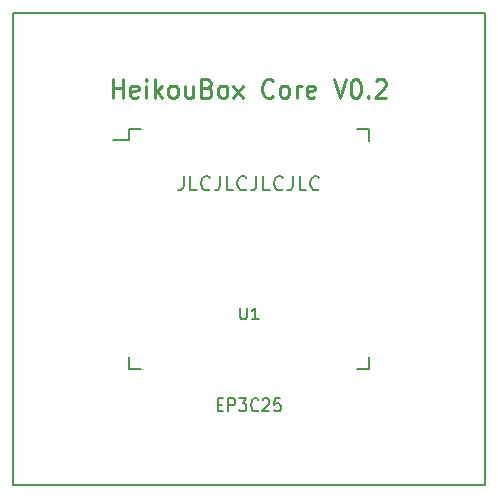
<source format=gbr>
%TF.GenerationSoftware,KiCad,Pcbnew,(5.1.6)-1*%
%TF.CreationDate,2020-08-24T18:06:58+01:00*%
%TF.ProjectId,HeikouBoxCore,4865696b-6f75-4426-9f78-436f72652e6b,rev?*%
%TF.SameCoordinates,Original*%
%TF.FileFunction,Legend,Top*%
%TF.FilePolarity,Positive*%
%FSLAX46Y46*%
G04 Gerber Fmt 4.6, Leading zero omitted, Abs format (unit mm)*
G04 Created by KiCad (PCBNEW (5.1.6)-1) date 2020-08-24 18:06:58*
%MOMM*%
%LPD*%
G01*
G04 APERTURE LIST*
%ADD10C,0.250000*%
%ADD11C,0.175000*%
%ADD12C,0.150000*%
%TA.AperFunction,Profile*%
%ADD13C,0.150000*%
%TD*%
G04 APERTURE END LIST*
D10*
X25464285Y-24223809D02*
X25464285Y-22623809D01*
X25464285Y-23385714D02*
X26321428Y-23385714D01*
X26321428Y-24223809D02*
X26321428Y-22623809D01*
X27607142Y-24147619D02*
X27464285Y-24223809D01*
X27178571Y-24223809D01*
X27035714Y-24147619D01*
X26964285Y-23995238D01*
X26964285Y-23385714D01*
X27035714Y-23233333D01*
X27178571Y-23157142D01*
X27464285Y-23157142D01*
X27607142Y-23233333D01*
X27678571Y-23385714D01*
X27678571Y-23538095D01*
X26964285Y-23690476D01*
X28321428Y-24223809D02*
X28321428Y-23157142D01*
X28321428Y-22623809D02*
X28250000Y-22700000D01*
X28321428Y-22776190D01*
X28392857Y-22700000D01*
X28321428Y-22623809D01*
X28321428Y-22776190D01*
X29035714Y-24223809D02*
X29035714Y-22623809D01*
X29178571Y-23614285D02*
X29607142Y-24223809D01*
X29607142Y-23157142D02*
X29035714Y-23766666D01*
X30464285Y-24223809D02*
X30321428Y-24147619D01*
X30250000Y-24071428D01*
X30178571Y-23919047D01*
X30178571Y-23461904D01*
X30250000Y-23309523D01*
X30321428Y-23233333D01*
X30464285Y-23157142D01*
X30678571Y-23157142D01*
X30821428Y-23233333D01*
X30892857Y-23309523D01*
X30964285Y-23461904D01*
X30964285Y-23919047D01*
X30892857Y-24071428D01*
X30821428Y-24147619D01*
X30678571Y-24223809D01*
X30464285Y-24223809D01*
X32250000Y-23157142D02*
X32250000Y-24223809D01*
X31607142Y-23157142D02*
X31607142Y-23995238D01*
X31678571Y-24147619D01*
X31821428Y-24223809D01*
X32035714Y-24223809D01*
X32178571Y-24147619D01*
X32250000Y-24071428D01*
X33464285Y-23385714D02*
X33678571Y-23461904D01*
X33750000Y-23538095D01*
X33821428Y-23690476D01*
X33821428Y-23919047D01*
X33750000Y-24071428D01*
X33678571Y-24147619D01*
X33535714Y-24223809D01*
X32964285Y-24223809D01*
X32964285Y-22623809D01*
X33464285Y-22623809D01*
X33607142Y-22700000D01*
X33678571Y-22776190D01*
X33750000Y-22928571D01*
X33750000Y-23080952D01*
X33678571Y-23233333D01*
X33607142Y-23309523D01*
X33464285Y-23385714D01*
X32964285Y-23385714D01*
X34678571Y-24223809D02*
X34535714Y-24147619D01*
X34464285Y-24071428D01*
X34392857Y-23919047D01*
X34392857Y-23461904D01*
X34464285Y-23309523D01*
X34535714Y-23233333D01*
X34678571Y-23157142D01*
X34892857Y-23157142D01*
X35035714Y-23233333D01*
X35107142Y-23309523D01*
X35178571Y-23461904D01*
X35178571Y-23919047D01*
X35107142Y-24071428D01*
X35035714Y-24147619D01*
X34892857Y-24223809D01*
X34678571Y-24223809D01*
X35678571Y-24223809D02*
X36464285Y-23157142D01*
X35678571Y-23157142D02*
X36464285Y-24223809D01*
X39035714Y-24071428D02*
X38964285Y-24147619D01*
X38750000Y-24223809D01*
X38607142Y-24223809D01*
X38392857Y-24147619D01*
X38250000Y-23995238D01*
X38178571Y-23842857D01*
X38107142Y-23538095D01*
X38107142Y-23309523D01*
X38178571Y-23004761D01*
X38250000Y-22852380D01*
X38392857Y-22700000D01*
X38607142Y-22623809D01*
X38750000Y-22623809D01*
X38964285Y-22700000D01*
X39035714Y-22776190D01*
X39892857Y-24223809D02*
X39750000Y-24147619D01*
X39678571Y-24071428D01*
X39607142Y-23919047D01*
X39607142Y-23461904D01*
X39678571Y-23309523D01*
X39750000Y-23233333D01*
X39892857Y-23157142D01*
X40107142Y-23157142D01*
X40250000Y-23233333D01*
X40321428Y-23309523D01*
X40392857Y-23461904D01*
X40392857Y-23919047D01*
X40321428Y-24071428D01*
X40250000Y-24147619D01*
X40107142Y-24223809D01*
X39892857Y-24223809D01*
X41035714Y-24223809D02*
X41035714Y-23157142D01*
X41035714Y-23461904D02*
X41107142Y-23309523D01*
X41178571Y-23233333D01*
X41321428Y-23157142D01*
X41464285Y-23157142D01*
X42535714Y-24147619D02*
X42392857Y-24223809D01*
X42107142Y-24223809D01*
X41964285Y-24147619D01*
X41892857Y-23995238D01*
X41892857Y-23385714D01*
X41964285Y-23233333D01*
X42107142Y-23157142D01*
X42392857Y-23157142D01*
X42535714Y-23233333D01*
X42607142Y-23385714D01*
X42607142Y-23538095D01*
X41892857Y-23690476D01*
X44178571Y-22623809D02*
X44678571Y-24223809D01*
X45178571Y-22623809D01*
X45964285Y-22623809D02*
X46107142Y-22623809D01*
X46250000Y-22700000D01*
X46321428Y-22776190D01*
X46392857Y-22928571D01*
X46464285Y-23233333D01*
X46464285Y-23614285D01*
X46392857Y-23919047D01*
X46321428Y-24071428D01*
X46250000Y-24147619D01*
X46107142Y-24223809D01*
X45964285Y-24223809D01*
X45821428Y-24147619D01*
X45750000Y-24071428D01*
X45678571Y-23919047D01*
X45607142Y-23614285D01*
X45607142Y-23233333D01*
X45678571Y-22928571D01*
X45750000Y-22776190D01*
X45821428Y-22700000D01*
X45964285Y-22623809D01*
X47107142Y-24071428D02*
X47178571Y-24147619D01*
X47107142Y-24223809D01*
X47035714Y-24147619D01*
X47107142Y-24071428D01*
X47107142Y-24223809D01*
X47750000Y-22776190D02*
X47821428Y-22700000D01*
X47964285Y-22623809D01*
X48321428Y-22623809D01*
X48464285Y-22700000D01*
X48535714Y-22776190D01*
X48607142Y-22928571D01*
X48607142Y-23080952D01*
X48535714Y-23309523D01*
X47678571Y-24223809D01*
X48607142Y-24223809D01*
D11*
X31457142Y-30842857D02*
X31457142Y-31700000D01*
X31400000Y-31871428D01*
X31285714Y-31985714D01*
X31114285Y-32042857D01*
X31000000Y-32042857D01*
X32600000Y-32042857D02*
X32028571Y-32042857D01*
X32028571Y-30842857D01*
X33685714Y-31928571D02*
X33628571Y-31985714D01*
X33457142Y-32042857D01*
X33342857Y-32042857D01*
X33171428Y-31985714D01*
X33057142Y-31871428D01*
X33000000Y-31757142D01*
X32942857Y-31528571D01*
X32942857Y-31357142D01*
X33000000Y-31128571D01*
X33057142Y-31014285D01*
X33171428Y-30900000D01*
X33342857Y-30842857D01*
X33457142Y-30842857D01*
X33628571Y-30900000D01*
X33685714Y-30957142D01*
X34542857Y-30842857D02*
X34542857Y-31700000D01*
X34485714Y-31871428D01*
X34371428Y-31985714D01*
X34200000Y-32042857D01*
X34085714Y-32042857D01*
X35685714Y-32042857D02*
X35114285Y-32042857D01*
X35114285Y-30842857D01*
X36771428Y-31928571D02*
X36714285Y-31985714D01*
X36542857Y-32042857D01*
X36428571Y-32042857D01*
X36257142Y-31985714D01*
X36142857Y-31871428D01*
X36085714Y-31757142D01*
X36028571Y-31528571D01*
X36028571Y-31357142D01*
X36085714Y-31128571D01*
X36142857Y-31014285D01*
X36257142Y-30900000D01*
X36428571Y-30842857D01*
X36542857Y-30842857D01*
X36714285Y-30900000D01*
X36771428Y-30957142D01*
X37628571Y-30842857D02*
X37628571Y-31700000D01*
X37571428Y-31871428D01*
X37457142Y-31985714D01*
X37285714Y-32042857D01*
X37171428Y-32042857D01*
X38771428Y-32042857D02*
X38200000Y-32042857D01*
X38200000Y-30842857D01*
X39857142Y-31928571D02*
X39800000Y-31985714D01*
X39628571Y-32042857D01*
X39514285Y-32042857D01*
X39342857Y-31985714D01*
X39228571Y-31871428D01*
X39171428Y-31757142D01*
X39114285Y-31528571D01*
X39114285Y-31357142D01*
X39171428Y-31128571D01*
X39228571Y-31014285D01*
X39342857Y-30900000D01*
X39514285Y-30842857D01*
X39628571Y-30842857D01*
X39800000Y-30900000D01*
X39857142Y-30957142D01*
X40714285Y-30842857D02*
X40714285Y-31700000D01*
X40657142Y-31871428D01*
X40542857Y-31985714D01*
X40371428Y-32042857D01*
X40257142Y-32042857D01*
X41857142Y-32042857D02*
X41285714Y-32042857D01*
X41285714Y-30842857D01*
X42942857Y-31928571D02*
X42885714Y-31985714D01*
X42714285Y-32042857D01*
X42600000Y-32042857D01*
X42428571Y-31985714D01*
X42314285Y-31871428D01*
X42257142Y-31757142D01*
X42200000Y-31528571D01*
X42200000Y-31357142D01*
X42257142Y-31128571D01*
X42314285Y-31014285D01*
X42428571Y-30900000D01*
X42600000Y-30842857D01*
X42714285Y-30842857D01*
X42885714Y-30900000D01*
X42942857Y-30957142D01*
D12*
X34357142Y-50171428D02*
X34690476Y-50171428D01*
X34833333Y-50747619D02*
X34357142Y-50747619D01*
X34357142Y-49647619D01*
X34833333Y-49647619D01*
X35261904Y-50747619D02*
X35261904Y-49647619D01*
X35642857Y-49647619D01*
X35738095Y-49700000D01*
X35785714Y-49752380D01*
X35833333Y-49857142D01*
X35833333Y-50014285D01*
X35785714Y-50119047D01*
X35738095Y-50171428D01*
X35642857Y-50223809D01*
X35261904Y-50223809D01*
X36166666Y-49647619D02*
X36785714Y-49647619D01*
X36452380Y-50066666D01*
X36595238Y-50066666D01*
X36690476Y-50119047D01*
X36738095Y-50171428D01*
X36785714Y-50276190D01*
X36785714Y-50538095D01*
X36738095Y-50642857D01*
X36690476Y-50695238D01*
X36595238Y-50747619D01*
X36309523Y-50747619D01*
X36214285Y-50695238D01*
X36166666Y-50642857D01*
X37785714Y-50642857D02*
X37738095Y-50695238D01*
X37595238Y-50747619D01*
X37500000Y-50747619D01*
X37357142Y-50695238D01*
X37261904Y-50590476D01*
X37214285Y-50485714D01*
X37166666Y-50276190D01*
X37166666Y-50119047D01*
X37214285Y-49909523D01*
X37261904Y-49804761D01*
X37357142Y-49700000D01*
X37500000Y-49647619D01*
X37595238Y-49647619D01*
X37738095Y-49700000D01*
X37785714Y-49752380D01*
X38166666Y-49752380D02*
X38214285Y-49700000D01*
X38309523Y-49647619D01*
X38547619Y-49647619D01*
X38642857Y-49700000D01*
X38690476Y-49752380D01*
X38738095Y-49857142D01*
X38738095Y-49961904D01*
X38690476Y-50119047D01*
X38119047Y-50747619D01*
X38738095Y-50747619D01*
X39642857Y-49647619D02*
X39166666Y-49647619D01*
X39119047Y-50171428D01*
X39166666Y-50119047D01*
X39261904Y-50066666D01*
X39500000Y-50066666D01*
X39595238Y-50119047D01*
X39642857Y-50171428D01*
X39690476Y-50276190D01*
X39690476Y-50538095D01*
X39642857Y-50642857D01*
X39595238Y-50695238D01*
X39500000Y-50747619D01*
X39261904Y-50747619D01*
X39166666Y-50695238D01*
X39119047Y-50642857D01*
D13*
X17000000Y-57000000D02*
X17000000Y-17000000D01*
X57000000Y-57000000D02*
X17000000Y-57000000D01*
X57000000Y-17000000D02*
X57000000Y-57000000D01*
X17000000Y-17000000D02*
X57000000Y-17000000D01*
D12*
X26825000Y-26825000D02*
X26825000Y-27800000D01*
X47175000Y-26825000D02*
X47175000Y-27875000D01*
X47175000Y-47175000D02*
X47175000Y-46125000D01*
X26825000Y-47175000D02*
X26825000Y-46125000D01*
X26825000Y-26825000D02*
X27875000Y-26825000D01*
X26825000Y-47175000D02*
X27875000Y-47175000D01*
X47175000Y-47175000D02*
X46125000Y-47175000D01*
X47175000Y-26825000D02*
X46125000Y-26825000D01*
X26825000Y-27800000D02*
X25525000Y-27800000D01*
X36238095Y-41952380D02*
X36238095Y-42761904D01*
X36285714Y-42857142D01*
X36333333Y-42904761D01*
X36428571Y-42952380D01*
X36619047Y-42952380D01*
X36714285Y-42904761D01*
X36761904Y-42857142D01*
X36809523Y-42761904D01*
X36809523Y-41952380D01*
X37809523Y-42952380D02*
X37238095Y-42952380D01*
X37523809Y-42952380D02*
X37523809Y-41952380D01*
X37428571Y-42095238D01*
X37333333Y-42190476D01*
X37238095Y-42238095D01*
M02*

</source>
